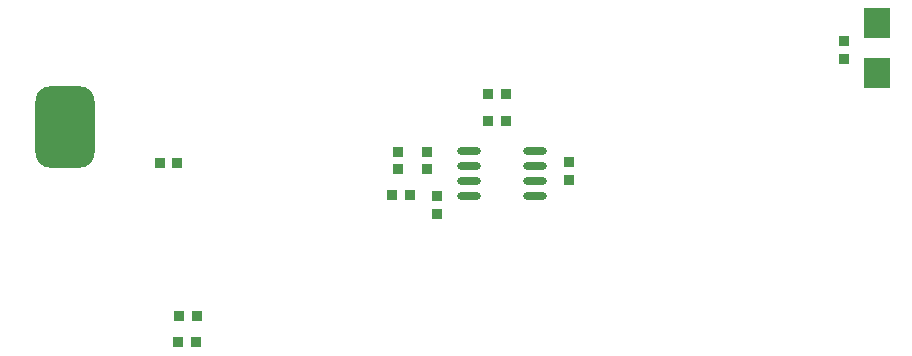
<source format=gbp>
G04 Layer_Color=128*
%FSLAX25Y25*%
%MOIN*%
G70*
G01*
G75*
G04:AMPARAMS|DCode=11|XSize=196.85mil|YSize=271.65mil|CornerRadius=49.21mil|HoleSize=0mil|Usage=FLASHONLY|Rotation=180.000|XOffset=0mil|YOffset=0mil|HoleType=Round|Shape=RoundedRectangle|*
%AMROUNDEDRECTD11*
21,1,0.19685,0.17323,0,0,180.0*
21,1,0.09843,0.27165,0,0,180.0*
1,1,0.09843,-0.04921,0.08661*
1,1,0.09843,0.04921,0.08661*
1,1,0.09843,0.04921,-0.08661*
1,1,0.09843,-0.04921,-0.08661*
%
%ADD11ROUNDEDRECTD11*%
%ADD27R,0.03740X0.03543*%
%ADD28R,0.03543X0.03740*%
%ADD29R,0.09055X0.09843*%
%ADD30O,0.08000X0.02400*%
D11*
X317500Y378279D02*
D03*
D27*
X577000Y406779D02*
D03*
Y400874D02*
D03*
X438000Y364000D02*
D03*
Y369905D02*
D03*
X485500Y360500D02*
D03*
Y366406D02*
D03*
X428500Y369905D02*
D03*
Y364000D02*
D03*
X441500Y349094D02*
D03*
Y355000D02*
D03*
D28*
X349000Y366000D02*
D03*
X354906D02*
D03*
X426594Y355500D02*
D03*
X432500D02*
D03*
X458594Y380000D02*
D03*
X464500D02*
D03*
X361000Y306500D02*
D03*
X355094D02*
D03*
X458500Y389000D02*
D03*
X464405D02*
D03*
X355500Y315000D02*
D03*
X361405D02*
D03*
D29*
X588000Y396000D02*
D03*
Y412929D02*
D03*
D30*
X474000Y355000D02*
D03*
Y360000D02*
D03*
Y365000D02*
D03*
Y370000D02*
D03*
X452000D02*
D03*
Y365000D02*
D03*
Y360000D02*
D03*
Y355000D02*
D03*
M02*

</source>
